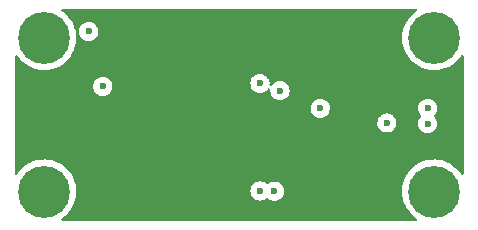
<source format=gbr>
%TF.GenerationSoftware,KiCad,Pcbnew,(6.0.4-0)*%
%TF.CreationDate,2022-08-01T10:55:25-06:00*%
%TF.ProjectId,lm334-source,6c6d3333-342d-4736-9f75-7263652e6b69,rev?*%
%TF.SameCoordinates,Original*%
%TF.FileFunction,Copper,L3,Inr*%
%TF.FilePolarity,Positive*%
%FSLAX46Y46*%
G04 Gerber Fmt 4.6, Leading zero omitted, Abs format (unit mm)*
G04 Created by KiCad (PCBNEW (6.0.4-0)) date 2022-08-01 10:55:25*
%MOMM*%
%LPD*%
G01*
G04 APERTURE LIST*
%TA.AperFunction,ComponentPad*%
%ADD10C,0.700000*%
%TD*%
%TA.AperFunction,ComponentPad*%
%ADD11C,4.400000*%
%TD*%
%TA.AperFunction,ViaPad*%
%ADD12C,0.600000*%
%TD*%
G04 APERTURE END LIST*
D10*
%TO.N,GNDPWR*%
%TO.C,MH1*%
X101350000Y-84000000D03*
X103000000Y-82350000D03*
X104166726Y-85166726D03*
X104166726Y-82833274D03*
D11*
X103000000Y-84000000D03*
D10*
X104650000Y-84000000D03*
X101833274Y-82833274D03*
X101833274Y-85166726D03*
X103000000Y-85650000D03*
%TD*%
D11*
%TO.N,GNDPWR*%
%TO.C,MH2*%
X136000000Y-84000000D03*
D10*
X137166726Y-82833274D03*
X134350000Y-84000000D03*
X137650000Y-84000000D03*
X137166726Y-85166726D03*
X136000000Y-82350000D03*
X136000000Y-85650000D03*
X134833274Y-85166726D03*
X134833274Y-82833274D03*
%TD*%
%TO.N,GNDPWR*%
%TO.C,MH3*%
X101833274Y-98166726D03*
D11*
X103000000Y-97000000D03*
D10*
X104166726Y-98166726D03*
X101833274Y-95833274D03*
X104166726Y-95833274D03*
X103000000Y-95350000D03*
X104650000Y-97000000D03*
X101350000Y-97000000D03*
X103000000Y-98650000D03*
%TD*%
D11*
%TO.N,GNDPWR*%
%TO.C,MH4*%
X136000000Y-97000000D03*
D10*
X134833274Y-95833274D03*
X134350000Y-97000000D03*
X137650000Y-97000000D03*
X136000000Y-95350000D03*
X137166726Y-98166726D03*
X137166726Y-95833274D03*
X134833274Y-98166726D03*
X136000000Y-98650000D03*
%TD*%
D12*
%TO.N,GND*%
X127550000Y-91850000D03*
X127450000Y-94350000D03*
%TO.N,/Channel1/I+*%
X107950000Y-88100000D03*
X106750000Y-83450000D03*
%TO.N,GND*%
X112650000Y-88750000D03*
%TO.N,VD*%
X122950000Y-88450000D03*
X122465000Y-96965000D03*
%TO.N,+3V3*%
X121250000Y-96950000D03*
X121250000Y-87850000D03*
%TO.N,/sda-tx*%
X126350000Y-89950000D03*
X135450000Y-89950000D03*
%TO.N,GND*%
X132050000Y-92200000D03*
X124150000Y-94650000D03*
X112650000Y-93650000D03*
%TO.N,VD*%
X132000000Y-91200000D03*
X135450000Y-91250000D03*
%TD*%
%TA.AperFunction,Conductor*%
%TO.N,GND*%
G36*
X134500316Y-81528502D02*
G01*
X134546809Y-81582158D01*
X134556913Y-81652432D01*
X134527419Y-81717012D01*
X134496618Y-81742785D01*
X134478074Y-81753817D01*
X134478068Y-81753821D01*
X134474814Y-81755757D01*
X134216244Y-81955243D01*
X133983513Y-82184347D01*
X133981149Y-82187314D01*
X133981146Y-82187317D01*
X133964220Y-82208558D01*
X133779991Y-82439751D01*
X133608626Y-82717757D01*
X133607037Y-82721204D01*
X133510393Y-82930843D01*
X133471902Y-83014336D01*
X133470741Y-83017940D01*
X133470741Y-83017941D01*
X133462196Y-83044477D01*
X133371797Y-83325192D01*
X133371079Y-83328903D01*
X133371078Y-83328907D01*
X133310482Y-83642105D01*
X133310481Y-83642114D01*
X133309763Y-83645824D01*
X133309496Y-83649600D01*
X133309495Y-83649605D01*
X133297296Y-83821902D01*
X133286698Y-83971585D01*
X133288003Y-83997790D01*
X133301196Y-84262800D01*
X133302936Y-84297759D01*
X133303577Y-84301490D01*
X133303578Y-84301498D01*
X133318109Y-84386060D01*
X133358241Y-84619619D01*
X133451814Y-84932504D01*
X133582297Y-85231881D01*
X133584220Y-85235152D01*
X133584222Y-85235156D01*
X133626584Y-85307215D01*
X133747802Y-85513414D01*
X133750103Y-85516429D01*
X133943631Y-85770012D01*
X133943636Y-85770017D01*
X133945931Y-85773025D01*
X134173814Y-86006953D01*
X134246635Y-86065607D01*
X134425196Y-86209431D01*
X134425201Y-86209435D01*
X134428149Y-86211809D01*
X134705253Y-86384627D01*
X135001112Y-86522903D01*
X135311440Y-86624634D01*
X135631742Y-86688346D01*
X135635514Y-86688633D01*
X135635522Y-86688634D01*
X135953602Y-86712829D01*
X135953607Y-86712829D01*
X135957379Y-86713116D01*
X136283633Y-86698586D01*
X136343425Y-86688634D01*
X136602037Y-86645590D01*
X136602042Y-86645589D01*
X136605778Y-86644967D01*
X136919149Y-86553034D01*
X136922616Y-86551544D01*
X136922620Y-86551543D01*
X137215721Y-86425616D01*
X137215723Y-86425615D01*
X137219205Y-86424119D01*
X137501601Y-86260091D01*
X137762245Y-86063324D01*
X137997363Y-85836670D01*
X138203549Y-85583410D01*
X138258939Y-85495622D01*
X138312205Y-85448685D01*
X138382392Y-85437996D01*
X138447217Y-85466951D01*
X138486096Y-85526355D01*
X138491500Y-85562859D01*
X138491500Y-95433521D01*
X138471498Y-95501642D01*
X138417842Y-95548135D01*
X138347568Y-95558239D01*
X138282988Y-95528745D01*
X138257557Y-95498515D01*
X138236226Y-95463084D01*
X138233899Y-95460100D01*
X138233894Y-95460093D01*
X138037726Y-95208558D01*
X138037724Y-95208556D01*
X138035390Y-95205563D01*
X137805070Y-94974034D01*
X137548603Y-94771852D01*
X137269705Y-94601945D01*
X137266261Y-94600379D01*
X137266257Y-94600377D01*
X137155667Y-94550095D01*
X136972414Y-94466775D01*
X136661037Y-94368300D01*
X136443492Y-94327390D01*
X136343809Y-94308645D01*
X136343807Y-94308645D01*
X136340086Y-94307945D01*
X136014208Y-94286586D01*
X136010428Y-94286794D01*
X136010427Y-94286794D01*
X135912897Y-94292162D01*
X135688124Y-94304532D01*
X135684397Y-94305193D01*
X135684393Y-94305193D01*
X135527340Y-94333027D01*
X135366557Y-94361522D01*
X135362941Y-94362624D01*
X135362933Y-94362626D01*
X135057789Y-94455627D01*
X135054167Y-94456731D01*
X134755477Y-94588781D01*
X134730041Y-94603914D01*
X134478074Y-94753817D01*
X134478068Y-94753821D01*
X134474814Y-94755757D01*
X134216244Y-94955243D01*
X133983513Y-95184347D01*
X133981149Y-95187314D01*
X133981146Y-95187317D01*
X133964220Y-95208558D01*
X133779991Y-95439751D01*
X133608626Y-95717757D01*
X133471902Y-96014336D01*
X133470741Y-96017940D01*
X133470741Y-96017941D01*
X133462196Y-96044477D01*
X133371797Y-96325192D01*
X133371079Y-96328903D01*
X133371078Y-96328907D01*
X133310482Y-96642105D01*
X133310481Y-96642114D01*
X133309763Y-96645824D01*
X133309496Y-96649600D01*
X133309495Y-96649605D01*
X133288534Y-96945653D01*
X133286698Y-96971585D01*
X133288003Y-96997790D01*
X133294378Y-97125844D01*
X133302936Y-97297759D01*
X133303577Y-97301490D01*
X133303578Y-97301498D01*
X133357116Y-97613069D01*
X133358241Y-97619619D01*
X133359329Y-97623258D01*
X133359330Y-97623261D01*
X133401013Y-97762637D01*
X133451814Y-97932504D01*
X133582297Y-98231881D01*
X133584220Y-98235152D01*
X133584222Y-98235156D01*
X133626584Y-98307215D01*
X133747802Y-98513414D01*
X133750103Y-98516429D01*
X133943631Y-98770012D01*
X133943636Y-98770017D01*
X133945931Y-98773025D01*
X134173814Y-99006953D01*
X134246635Y-99065607D01*
X134425196Y-99209431D01*
X134425201Y-99209435D01*
X134428149Y-99211809D01*
X134431371Y-99213818D01*
X134431376Y-99213822D01*
X134503156Y-99258588D01*
X134550373Y-99311607D01*
X134561429Y-99381738D01*
X134532815Y-99446713D01*
X134473615Y-99485903D01*
X134436480Y-99491500D01*
X104570222Y-99491500D01*
X104502101Y-99471498D01*
X104455608Y-99417842D01*
X104445504Y-99347568D01*
X104474998Y-99282988D01*
X104499890Y-99261085D01*
X104501601Y-99260091D01*
X104504623Y-99257810D01*
X104504627Y-99257807D01*
X104759221Y-99065607D01*
X104759222Y-99065606D01*
X104762245Y-99063324D01*
X104997363Y-98836670D01*
X105203549Y-98583410D01*
X105255429Y-98501185D01*
X105375788Y-98310428D01*
X105375790Y-98310425D01*
X105377815Y-98307215D01*
X105517638Y-98012084D01*
X105544188Y-97932504D01*
X105619790Y-97705897D01*
X105619792Y-97705891D01*
X105620992Y-97702293D01*
X105686381Y-97382329D01*
X105689599Y-97342773D01*
X105712674Y-97059061D01*
X105712856Y-97056826D01*
X105713451Y-97000000D01*
X105712711Y-96987717D01*
X105709752Y-96938640D01*
X120436463Y-96938640D01*
X120454163Y-97119160D01*
X120511418Y-97291273D01*
X120515065Y-97297295D01*
X120515066Y-97297297D01*
X120568823Y-97386060D01*
X120605380Y-97446424D01*
X120731382Y-97576902D01*
X120883159Y-97676222D01*
X120889763Y-97678678D01*
X120889765Y-97678679D01*
X121046558Y-97736990D01*
X121046560Y-97736990D01*
X121053168Y-97739448D01*
X121136995Y-97750633D01*
X121225980Y-97762507D01*
X121225984Y-97762507D01*
X121232961Y-97763438D01*
X121239972Y-97762800D01*
X121239976Y-97762800D01*
X121382459Y-97749832D01*
X121413600Y-97746998D01*
X121420302Y-97744820D01*
X121420304Y-97744820D01*
X121579409Y-97693124D01*
X121579412Y-97693123D01*
X121586108Y-97690947D01*
X121712044Y-97615874D01*
X121735860Y-97601677D01*
X121735862Y-97601676D01*
X121741912Y-97598069D01*
X121760920Y-97579968D01*
X121824045Y-97547476D01*
X121894716Y-97554269D01*
X121938444Y-97583682D01*
X121946382Y-97591902D01*
X121961320Y-97601677D01*
X122092227Y-97687340D01*
X122098159Y-97691222D01*
X122104763Y-97693678D01*
X122104765Y-97693679D01*
X122261558Y-97751990D01*
X122261560Y-97751990D01*
X122268168Y-97754448D01*
X122335544Y-97763438D01*
X122440980Y-97777507D01*
X122440984Y-97777507D01*
X122447961Y-97778438D01*
X122454972Y-97777800D01*
X122454976Y-97777800D01*
X122597459Y-97764832D01*
X122628600Y-97761998D01*
X122635302Y-97759820D01*
X122635304Y-97759820D01*
X122794409Y-97708124D01*
X122794412Y-97708123D01*
X122801108Y-97705947D01*
X122939815Y-97623261D01*
X122950860Y-97616677D01*
X122950862Y-97616676D01*
X122956912Y-97613069D01*
X123088266Y-97487982D01*
X123188643Y-97336902D01*
X123253055Y-97167338D01*
X123268272Y-97059061D01*
X123277748Y-96991639D01*
X123277748Y-96991636D01*
X123278299Y-96987717D01*
X123278616Y-96965000D01*
X123258397Y-96784745D01*
X123247017Y-96752066D01*
X123201064Y-96620106D01*
X123201062Y-96620103D01*
X123198745Y-96613448D01*
X123102626Y-96459624D01*
X123010832Y-96367187D01*
X122979778Y-96335915D01*
X122979774Y-96335912D01*
X122974815Y-96330918D01*
X122965793Y-96325192D01*
X122915538Y-96293300D01*
X122821666Y-96233727D01*
X122765755Y-96213818D01*
X122657425Y-96175243D01*
X122657420Y-96175242D01*
X122650790Y-96172881D01*
X122643802Y-96172048D01*
X122643799Y-96172047D01*
X122503889Y-96155364D01*
X122470680Y-96151404D01*
X122463677Y-96152140D01*
X122463676Y-96152140D01*
X122297288Y-96169628D01*
X122297286Y-96169629D01*
X122290288Y-96170364D01*
X122118579Y-96228818D01*
X122112575Y-96232512D01*
X121970090Y-96320169D01*
X121970087Y-96320171D01*
X121964088Y-96323862D01*
X121953925Y-96333815D01*
X121891262Y-96367187D01*
X121820503Y-96361384D01*
X121776359Y-96332578D01*
X121774711Y-96330918D01*
X121759815Y-96315918D01*
X121748697Y-96308862D01*
X121630302Y-96233727D01*
X121606666Y-96218727D01*
X121577463Y-96208328D01*
X121442425Y-96160243D01*
X121442420Y-96160242D01*
X121435790Y-96157881D01*
X121428802Y-96157048D01*
X121428799Y-96157047D01*
X121305698Y-96142368D01*
X121255680Y-96136404D01*
X121248677Y-96137140D01*
X121248676Y-96137140D01*
X121082288Y-96154628D01*
X121082286Y-96154629D01*
X121075288Y-96155364D01*
X120903579Y-96213818D01*
X120871218Y-96233727D01*
X120755095Y-96305166D01*
X120755092Y-96305168D01*
X120749088Y-96308862D01*
X120744053Y-96313793D01*
X120744050Y-96313795D01*
X120634208Y-96421361D01*
X120619493Y-96435771D01*
X120521235Y-96588238D01*
X120518826Y-96594858D01*
X120518824Y-96594861D01*
X120488639Y-96677793D01*
X120459197Y-96758685D01*
X120436463Y-96938640D01*
X105709752Y-96938640D01*
X105694026Y-96677793D01*
X105694026Y-96677789D01*
X105693798Y-96674015D01*
X105688650Y-96645824D01*
X105635805Y-96356473D01*
X105635804Y-96356469D01*
X105635125Y-96352751D01*
X105629898Y-96335915D01*
X105539404Y-96044477D01*
X105538282Y-96040863D01*
X105404670Y-95742869D01*
X105236226Y-95463084D01*
X105233899Y-95460100D01*
X105233894Y-95460093D01*
X105037726Y-95208558D01*
X105037724Y-95208556D01*
X105035390Y-95205563D01*
X104805070Y-94974034D01*
X104548603Y-94771852D01*
X104269705Y-94601945D01*
X104266261Y-94600379D01*
X104266257Y-94600377D01*
X104155667Y-94550095D01*
X103972414Y-94466775D01*
X103661037Y-94368300D01*
X103443492Y-94327390D01*
X103343809Y-94308645D01*
X103343807Y-94308645D01*
X103340086Y-94307945D01*
X103014208Y-94286586D01*
X103010428Y-94286794D01*
X103010427Y-94286794D01*
X102912897Y-94292162D01*
X102688124Y-94304532D01*
X102684397Y-94305193D01*
X102684393Y-94305193D01*
X102527340Y-94333027D01*
X102366557Y-94361522D01*
X102362941Y-94362624D01*
X102362933Y-94362626D01*
X102057789Y-94455627D01*
X102054167Y-94456731D01*
X101755477Y-94588781D01*
X101730041Y-94603914D01*
X101478074Y-94753817D01*
X101478068Y-94753821D01*
X101474814Y-94755757D01*
X101216244Y-94955243D01*
X100983513Y-95184347D01*
X100981149Y-95187314D01*
X100981146Y-95187317D01*
X100964220Y-95208558D01*
X100779991Y-95439751D01*
X100778000Y-95442981D01*
X100741760Y-95501773D01*
X100688988Y-95549266D01*
X100618916Y-95560690D01*
X100553792Y-95532416D01*
X100514293Y-95473422D01*
X100508500Y-95435657D01*
X100508500Y-91188640D01*
X131186463Y-91188640D01*
X131204163Y-91369160D01*
X131261418Y-91541273D01*
X131265065Y-91547295D01*
X131265066Y-91547297D01*
X131275978Y-91565314D01*
X131355380Y-91696424D01*
X131481382Y-91826902D01*
X131633159Y-91926222D01*
X131639763Y-91928678D01*
X131639765Y-91928679D01*
X131796558Y-91986990D01*
X131796560Y-91986990D01*
X131803168Y-91989448D01*
X131886995Y-92000633D01*
X131975980Y-92012507D01*
X131975984Y-92012507D01*
X131982961Y-92013438D01*
X131989972Y-92012800D01*
X131989976Y-92012800D01*
X132132459Y-91999832D01*
X132163600Y-91996998D01*
X132170302Y-91994820D01*
X132170304Y-91994820D01*
X132329409Y-91943124D01*
X132329412Y-91943123D01*
X132336108Y-91940947D01*
X132491912Y-91848069D01*
X132623266Y-91722982D01*
X132723643Y-91571902D01*
X132781665Y-91419160D01*
X132785555Y-91408920D01*
X132785556Y-91408918D01*
X132788055Y-91402338D01*
X132789035Y-91395366D01*
X132811061Y-91238640D01*
X134636463Y-91238640D01*
X134654163Y-91419160D01*
X134711418Y-91591273D01*
X134715065Y-91597295D01*
X134715066Y-91597297D01*
X134794126Y-91727841D01*
X134805380Y-91746424D01*
X134931382Y-91876902D01*
X135083159Y-91976222D01*
X135089763Y-91978678D01*
X135089765Y-91978679D01*
X135246558Y-92036990D01*
X135246560Y-92036990D01*
X135253168Y-92039448D01*
X135336995Y-92050633D01*
X135425980Y-92062507D01*
X135425984Y-92062507D01*
X135432961Y-92063438D01*
X135439972Y-92062800D01*
X135439976Y-92062800D01*
X135582459Y-92049832D01*
X135613600Y-92046998D01*
X135620302Y-92044820D01*
X135620304Y-92044820D01*
X135779409Y-91993124D01*
X135779412Y-91993123D01*
X135786108Y-91990947D01*
X135941912Y-91898069D01*
X136073266Y-91772982D01*
X136173643Y-91621902D01*
X136238055Y-91452338D01*
X136239035Y-91445366D01*
X136262748Y-91276639D01*
X136262748Y-91276636D01*
X136263299Y-91272717D01*
X136263616Y-91250000D01*
X136243397Y-91069745D01*
X136241080Y-91063091D01*
X136186064Y-90905106D01*
X136186062Y-90905103D01*
X136183745Y-90898448D01*
X136152502Y-90848448D01*
X136091359Y-90750598D01*
X136087626Y-90744624D01*
X136033012Y-90689627D01*
X136032667Y-90689280D01*
X135998860Y-90626849D01*
X136004172Y-90556052D01*
X136035181Y-90509251D01*
X136068159Y-90477846D01*
X136068162Y-90477843D01*
X136073266Y-90472982D01*
X136173643Y-90321902D01*
X136238055Y-90152338D01*
X136239035Y-90145366D01*
X136262748Y-89976639D01*
X136262748Y-89976636D01*
X136263299Y-89972717D01*
X136263616Y-89950000D01*
X136243397Y-89769745D01*
X136241080Y-89763091D01*
X136186064Y-89605106D01*
X136186062Y-89605103D01*
X136183745Y-89598448D01*
X136087626Y-89444624D01*
X136073941Y-89430843D01*
X135964778Y-89320915D01*
X135964774Y-89320912D01*
X135959815Y-89315918D01*
X135948697Y-89308862D01*
X135847782Y-89244820D01*
X135806666Y-89218727D01*
X135777463Y-89208328D01*
X135642425Y-89160243D01*
X135642420Y-89160242D01*
X135635790Y-89157881D01*
X135628802Y-89157048D01*
X135628799Y-89157047D01*
X135505698Y-89142368D01*
X135455680Y-89136404D01*
X135448677Y-89137140D01*
X135448676Y-89137140D01*
X135282288Y-89154628D01*
X135282286Y-89154629D01*
X135275288Y-89155364D01*
X135103579Y-89213818D01*
X135097575Y-89217512D01*
X134955095Y-89305166D01*
X134955092Y-89305168D01*
X134949088Y-89308862D01*
X134944053Y-89313793D01*
X134944050Y-89313795D01*
X134824525Y-89430843D01*
X134819493Y-89435771D01*
X134721235Y-89588238D01*
X134718826Y-89594858D01*
X134718824Y-89594861D01*
X134661606Y-89752066D01*
X134659197Y-89758685D01*
X134636463Y-89938640D01*
X134654163Y-90119160D01*
X134711418Y-90291273D01*
X134715065Y-90297295D01*
X134715066Y-90297297D01*
X134782038Y-90407881D01*
X134805380Y-90446424D01*
X134831027Y-90472982D01*
X134868932Y-90512234D01*
X134901864Y-90575131D01*
X134895564Y-90645847D01*
X134866453Y-90689784D01*
X134861511Y-90694624D01*
X134819493Y-90735771D01*
X134721235Y-90888238D01*
X134718826Y-90894858D01*
X134718824Y-90894861D01*
X134661606Y-91052066D01*
X134659197Y-91058685D01*
X134636463Y-91238640D01*
X132811061Y-91238640D01*
X132812748Y-91226639D01*
X132812748Y-91226636D01*
X132813299Y-91222717D01*
X132813616Y-91200000D01*
X132793397Y-91019745D01*
X132791080Y-91013091D01*
X132736064Y-90855106D01*
X132736062Y-90855103D01*
X132733745Y-90848448D01*
X132637626Y-90694624D01*
X132615521Y-90672364D01*
X132514778Y-90570915D01*
X132514774Y-90570912D01*
X132509815Y-90565918D01*
X132498697Y-90558862D01*
X132371027Y-90477841D01*
X132356666Y-90468727D01*
X132294032Y-90446424D01*
X132192425Y-90410243D01*
X132192420Y-90410242D01*
X132185790Y-90407881D01*
X132178802Y-90407048D01*
X132178799Y-90407047D01*
X132055698Y-90392368D01*
X132005680Y-90386404D01*
X131998677Y-90387140D01*
X131998676Y-90387140D01*
X131832288Y-90404628D01*
X131832286Y-90404629D01*
X131825288Y-90405364D01*
X131653579Y-90463818D01*
X131630785Y-90477841D01*
X131505095Y-90555166D01*
X131505092Y-90555168D01*
X131499088Y-90558862D01*
X131494053Y-90563793D01*
X131494050Y-90563795D01*
X131379244Y-90676222D01*
X131369493Y-90685771D01*
X131271235Y-90838238D01*
X131268826Y-90844858D01*
X131268824Y-90844861D01*
X131249320Y-90898448D01*
X131209197Y-91008685D01*
X131186463Y-91188640D01*
X100508500Y-91188640D01*
X100508500Y-89938640D01*
X125536463Y-89938640D01*
X125554163Y-90119160D01*
X125611418Y-90291273D01*
X125615065Y-90297295D01*
X125615066Y-90297297D01*
X125682038Y-90407881D01*
X125705380Y-90446424D01*
X125710269Y-90451487D01*
X125710270Y-90451488D01*
X125726918Y-90468727D01*
X125831382Y-90576902D01*
X125983159Y-90676222D01*
X125989763Y-90678678D01*
X125989765Y-90678679D01*
X126146558Y-90736990D01*
X126146560Y-90736990D01*
X126153168Y-90739448D01*
X126236732Y-90750598D01*
X126325980Y-90762507D01*
X126325984Y-90762507D01*
X126332961Y-90763438D01*
X126339972Y-90762800D01*
X126339976Y-90762800D01*
X126482459Y-90749832D01*
X126513600Y-90746998D01*
X126520302Y-90744820D01*
X126520304Y-90744820D01*
X126679409Y-90693124D01*
X126679412Y-90693123D01*
X126686108Y-90690947D01*
X126841912Y-90598069D01*
X126973266Y-90472982D01*
X127073643Y-90321902D01*
X127138055Y-90152338D01*
X127139035Y-90145366D01*
X127162748Y-89976639D01*
X127162748Y-89976636D01*
X127163299Y-89972717D01*
X127163616Y-89950000D01*
X127143397Y-89769745D01*
X127141080Y-89763091D01*
X127086064Y-89605106D01*
X127086062Y-89605103D01*
X127083745Y-89598448D01*
X126987626Y-89444624D01*
X126973941Y-89430843D01*
X126864778Y-89320915D01*
X126864774Y-89320912D01*
X126859815Y-89315918D01*
X126848697Y-89308862D01*
X126747782Y-89244820D01*
X126706666Y-89218727D01*
X126677463Y-89208328D01*
X126542425Y-89160243D01*
X126542420Y-89160242D01*
X126535790Y-89157881D01*
X126528802Y-89157048D01*
X126528799Y-89157047D01*
X126405698Y-89142368D01*
X126355680Y-89136404D01*
X126348677Y-89137140D01*
X126348676Y-89137140D01*
X126182288Y-89154628D01*
X126182286Y-89154629D01*
X126175288Y-89155364D01*
X126003579Y-89213818D01*
X125997575Y-89217512D01*
X125855095Y-89305166D01*
X125855092Y-89305168D01*
X125849088Y-89308862D01*
X125844053Y-89313793D01*
X125844050Y-89313795D01*
X125724525Y-89430843D01*
X125719493Y-89435771D01*
X125621235Y-89588238D01*
X125618826Y-89594858D01*
X125618824Y-89594861D01*
X125561606Y-89752066D01*
X125559197Y-89758685D01*
X125536463Y-89938640D01*
X100508500Y-89938640D01*
X100508500Y-88088640D01*
X107136463Y-88088640D01*
X107154163Y-88269160D01*
X107211418Y-88441273D01*
X107215065Y-88447295D01*
X107215066Y-88447297D01*
X107299879Y-88587340D01*
X107305380Y-88596424D01*
X107431382Y-88726902D01*
X107583159Y-88826222D01*
X107589763Y-88828678D01*
X107589765Y-88828679D01*
X107746558Y-88886990D01*
X107746560Y-88886990D01*
X107753168Y-88889448D01*
X107836995Y-88900633D01*
X107925980Y-88912507D01*
X107925984Y-88912507D01*
X107932961Y-88913438D01*
X107939972Y-88912800D01*
X107939976Y-88912800D01*
X108082459Y-88899832D01*
X108113600Y-88896998D01*
X108120302Y-88894820D01*
X108120304Y-88894820D01*
X108279409Y-88843124D01*
X108279412Y-88843123D01*
X108286108Y-88840947D01*
X108441912Y-88748069D01*
X108573266Y-88622982D01*
X108673643Y-88471902D01*
X108719214Y-88351938D01*
X108735555Y-88308920D01*
X108735556Y-88308918D01*
X108738055Y-88302338D01*
X108741652Y-88276744D01*
X108762748Y-88126639D01*
X108762748Y-88126636D01*
X108763299Y-88122717D01*
X108763616Y-88100000D01*
X108743397Y-87919745D01*
X108741080Y-87913091D01*
X108715154Y-87838640D01*
X120436463Y-87838640D01*
X120454163Y-88019160D01*
X120511418Y-88191273D01*
X120515065Y-88197295D01*
X120515066Y-88197297D01*
X120578681Y-88302338D01*
X120605380Y-88346424D01*
X120731382Y-88476902D01*
X120883159Y-88576222D01*
X120889763Y-88578678D01*
X120889765Y-88578679D01*
X121046558Y-88636990D01*
X121046560Y-88636990D01*
X121053168Y-88639448D01*
X121136995Y-88650633D01*
X121225980Y-88662507D01*
X121225984Y-88662507D01*
X121232961Y-88663438D01*
X121239972Y-88662800D01*
X121239976Y-88662800D01*
X121382459Y-88649832D01*
X121413600Y-88646998D01*
X121420302Y-88644820D01*
X121420304Y-88644820D01*
X121579409Y-88593124D01*
X121579412Y-88593123D01*
X121586108Y-88590947D01*
X121741912Y-88498069D01*
X121873266Y-88372982D01*
X121911217Y-88315861D01*
X121965574Y-88270192D01*
X122035994Y-88261160D01*
X122100118Y-88291634D01*
X122137587Y-88351938D01*
X122141170Y-88401382D01*
X122136463Y-88438640D01*
X122154163Y-88619160D01*
X122211418Y-88791273D01*
X122215065Y-88797295D01*
X122215066Y-88797297D01*
X122285017Y-88912800D01*
X122305380Y-88946424D01*
X122431382Y-89076902D01*
X122437278Y-89080760D01*
X122558741Y-89160243D01*
X122583159Y-89176222D01*
X122589763Y-89178678D01*
X122589765Y-89178679D01*
X122746558Y-89236990D01*
X122746560Y-89236990D01*
X122753168Y-89239448D01*
X122836995Y-89250633D01*
X122925980Y-89262507D01*
X122925984Y-89262507D01*
X122932961Y-89263438D01*
X122939972Y-89262800D01*
X122939976Y-89262800D01*
X123082459Y-89249832D01*
X123113600Y-89246998D01*
X123120302Y-89244820D01*
X123120304Y-89244820D01*
X123279409Y-89193124D01*
X123279412Y-89193123D01*
X123286108Y-89190947D01*
X123441912Y-89098069D01*
X123573266Y-88972982D01*
X123673643Y-88821902D01*
X123715423Y-88711917D01*
X123735555Y-88658920D01*
X123735556Y-88658918D01*
X123738055Y-88652338D01*
X123741498Y-88627841D01*
X123762748Y-88476639D01*
X123762748Y-88476636D01*
X123763299Y-88472717D01*
X123763616Y-88450000D01*
X123743397Y-88269745D01*
X123741080Y-88263091D01*
X123686064Y-88105106D01*
X123686062Y-88105103D01*
X123683745Y-88098448D01*
X123587626Y-87944624D01*
X123573941Y-87930843D01*
X123464778Y-87820915D01*
X123464774Y-87820912D01*
X123459815Y-87815918D01*
X123448697Y-87808862D01*
X123353499Y-87748448D01*
X123306666Y-87718727D01*
X123277463Y-87708328D01*
X123142425Y-87660243D01*
X123142420Y-87660242D01*
X123135790Y-87657881D01*
X123128802Y-87657048D01*
X123128799Y-87657047D01*
X123005698Y-87642368D01*
X122955680Y-87636404D01*
X122948677Y-87637140D01*
X122948676Y-87637140D01*
X122782288Y-87654628D01*
X122782286Y-87654629D01*
X122775288Y-87655364D01*
X122603579Y-87713818D01*
X122597575Y-87717512D01*
X122455095Y-87805166D01*
X122455092Y-87805168D01*
X122449088Y-87808862D01*
X122444053Y-87813793D01*
X122444050Y-87813795D01*
X122353911Y-87902066D01*
X122319493Y-87935771D01*
X122315680Y-87941688D01*
X122315679Y-87941689D01*
X122290956Y-87980052D01*
X122237241Y-88026476D01*
X122166954Y-88036490D01*
X122102411Y-88006915D01*
X122064104Y-87947140D01*
X122060271Y-87894261D01*
X122063299Y-87872717D01*
X122063616Y-87850000D01*
X122043397Y-87669745D01*
X122040088Y-87660243D01*
X121986064Y-87505106D01*
X121986062Y-87505103D01*
X121983745Y-87498448D01*
X121956700Y-87455166D01*
X121891359Y-87350598D01*
X121887626Y-87344624D01*
X121851139Y-87307881D01*
X121764778Y-87220915D01*
X121764774Y-87220912D01*
X121759815Y-87215918D01*
X121748697Y-87208862D01*
X121700538Y-87178300D01*
X121606666Y-87118727D01*
X121577463Y-87108328D01*
X121442425Y-87060243D01*
X121442420Y-87060242D01*
X121435790Y-87057881D01*
X121428802Y-87057048D01*
X121428799Y-87057047D01*
X121305698Y-87042368D01*
X121255680Y-87036404D01*
X121248677Y-87037140D01*
X121248676Y-87037140D01*
X121082288Y-87054628D01*
X121082286Y-87054629D01*
X121075288Y-87055364D01*
X120903579Y-87113818D01*
X120897575Y-87117512D01*
X120755095Y-87205166D01*
X120755092Y-87205168D01*
X120749088Y-87208862D01*
X120744053Y-87213793D01*
X120744050Y-87213795D01*
X120647973Y-87307881D01*
X120619493Y-87335771D01*
X120521235Y-87488238D01*
X120518826Y-87494858D01*
X120518824Y-87494861D01*
X120484332Y-87589627D01*
X120459197Y-87658685D01*
X120436463Y-87838640D01*
X108715154Y-87838640D01*
X108686064Y-87755106D01*
X108686062Y-87755103D01*
X108683745Y-87748448D01*
X108587626Y-87594624D01*
X108573941Y-87580843D01*
X108464778Y-87470915D01*
X108464774Y-87470912D01*
X108459815Y-87465918D01*
X108448697Y-87458862D01*
X108400538Y-87428300D01*
X108306666Y-87368727D01*
X108238977Y-87344624D01*
X108142425Y-87310243D01*
X108142420Y-87310242D01*
X108135790Y-87307881D01*
X108128802Y-87307048D01*
X108128799Y-87307047D01*
X108005698Y-87292368D01*
X107955680Y-87286404D01*
X107948677Y-87287140D01*
X107948676Y-87287140D01*
X107782288Y-87304628D01*
X107782286Y-87304629D01*
X107775288Y-87305364D01*
X107603579Y-87363818D01*
X107597575Y-87367512D01*
X107455095Y-87455166D01*
X107455092Y-87455168D01*
X107449088Y-87458862D01*
X107444053Y-87463793D01*
X107444050Y-87463795D01*
X107412327Y-87494861D01*
X107319493Y-87585771D01*
X107221235Y-87738238D01*
X107218826Y-87744858D01*
X107218824Y-87744861D01*
X107172288Y-87872717D01*
X107159197Y-87908685D01*
X107136463Y-88088640D01*
X100508500Y-88088640D01*
X100508500Y-85569306D01*
X100528502Y-85501185D01*
X100582158Y-85454692D01*
X100652432Y-85444588D01*
X100717012Y-85474082D01*
X100743122Y-85505453D01*
X100747802Y-85513414D01*
X100750103Y-85516429D01*
X100943631Y-85770012D01*
X100943636Y-85770017D01*
X100945931Y-85773025D01*
X101173814Y-86006953D01*
X101246635Y-86065607D01*
X101425196Y-86209431D01*
X101425201Y-86209435D01*
X101428149Y-86211809D01*
X101705253Y-86384627D01*
X102001112Y-86522903D01*
X102311440Y-86624634D01*
X102631742Y-86688346D01*
X102635514Y-86688633D01*
X102635522Y-86688634D01*
X102953602Y-86712829D01*
X102953607Y-86712829D01*
X102957379Y-86713116D01*
X103283633Y-86698586D01*
X103343425Y-86688634D01*
X103602037Y-86645590D01*
X103602042Y-86645589D01*
X103605778Y-86644967D01*
X103919149Y-86553034D01*
X103922616Y-86551544D01*
X103922620Y-86551543D01*
X104215721Y-86425616D01*
X104215723Y-86425615D01*
X104219205Y-86424119D01*
X104501601Y-86260091D01*
X104762245Y-86063324D01*
X104997363Y-85836670D01*
X105203549Y-85583410D01*
X105255429Y-85501185D01*
X105375788Y-85310428D01*
X105375790Y-85310425D01*
X105377815Y-85307215D01*
X105517638Y-85012084D01*
X105544188Y-84932504D01*
X105619790Y-84705897D01*
X105619792Y-84705891D01*
X105620992Y-84702293D01*
X105686381Y-84382329D01*
X105692956Y-84301498D01*
X105709501Y-84098069D01*
X105712856Y-84056826D01*
X105713451Y-84000000D01*
X105711510Y-83967796D01*
X105694026Y-83677793D01*
X105694026Y-83677789D01*
X105693798Y-83674015D01*
X105691042Y-83658920D01*
X105650811Y-83438640D01*
X105936463Y-83438640D01*
X105954163Y-83619160D01*
X106011418Y-83791273D01*
X106015065Y-83797295D01*
X106015066Y-83797297D01*
X106025978Y-83815314D01*
X106105380Y-83946424D01*
X106231382Y-84076902D01*
X106383159Y-84176222D01*
X106389763Y-84178678D01*
X106389765Y-84178679D01*
X106546558Y-84236990D01*
X106546560Y-84236990D01*
X106553168Y-84239448D01*
X106636995Y-84250633D01*
X106725980Y-84262507D01*
X106725984Y-84262507D01*
X106732961Y-84263438D01*
X106739972Y-84262800D01*
X106739976Y-84262800D01*
X106882459Y-84249832D01*
X106913600Y-84246998D01*
X106920302Y-84244820D01*
X106920304Y-84244820D01*
X107079409Y-84193124D01*
X107079412Y-84193123D01*
X107086108Y-84190947D01*
X107241912Y-84098069D01*
X107373266Y-83972982D01*
X107473643Y-83821902D01*
X107515423Y-83711917D01*
X107535555Y-83658920D01*
X107535556Y-83658918D01*
X107538055Y-83652338D01*
X107539493Y-83642105D01*
X107562748Y-83476639D01*
X107562748Y-83476636D01*
X107563299Y-83472717D01*
X107563616Y-83450000D01*
X107543397Y-83269745D01*
X107541080Y-83263091D01*
X107486064Y-83105106D01*
X107486062Y-83105103D01*
X107483745Y-83098448D01*
X107473662Y-83082312D01*
X107391359Y-82950598D01*
X107387626Y-82944624D01*
X107382664Y-82939627D01*
X107264778Y-82820915D01*
X107264774Y-82820912D01*
X107259815Y-82815918D01*
X107248697Y-82808862D01*
X107150174Y-82746338D01*
X107106666Y-82718727D01*
X107077463Y-82708328D01*
X106942425Y-82660243D01*
X106942420Y-82660242D01*
X106935790Y-82657881D01*
X106928802Y-82657048D01*
X106928799Y-82657047D01*
X106805698Y-82642368D01*
X106755680Y-82636404D01*
X106748677Y-82637140D01*
X106748676Y-82637140D01*
X106582288Y-82654628D01*
X106582286Y-82654629D01*
X106575288Y-82655364D01*
X106403579Y-82713818D01*
X106389457Y-82722506D01*
X106255095Y-82805166D01*
X106255092Y-82805168D01*
X106249088Y-82808862D01*
X106244053Y-82813793D01*
X106244050Y-82813795D01*
X106124525Y-82930843D01*
X106119493Y-82935771D01*
X106021235Y-83088238D01*
X106018826Y-83094858D01*
X106018824Y-83094861D01*
X105961606Y-83252066D01*
X105959197Y-83258685D01*
X105936463Y-83438640D01*
X105650811Y-83438640D01*
X105635805Y-83356473D01*
X105635804Y-83356469D01*
X105635125Y-83352751D01*
X105627722Y-83328907D01*
X105539404Y-83044477D01*
X105538282Y-83040863D01*
X105404670Y-82742869D01*
X105236226Y-82463084D01*
X105233899Y-82460100D01*
X105233894Y-82460093D01*
X105037726Y-82208558D01*
X105037724Y-82208556D01*
X105035390Y-82205563D01*
X104805070Y-81974034D01*
X104548603Y-81771852D01*
X104522184Y-81755757D01*
X104499774Y-81742105D01*
X104452005Y-81689582D01*
X104440216Y-81619571D01*
X104468148Y-81554300D01*
X104526934Y-81514492D01*
X104565328Y-81508500D01*
X134432195Y-81508500D01*
X134500316Y-81528502D01*
G37*
%TD.AperFunction*%
%TD*%
M02*

</source>
